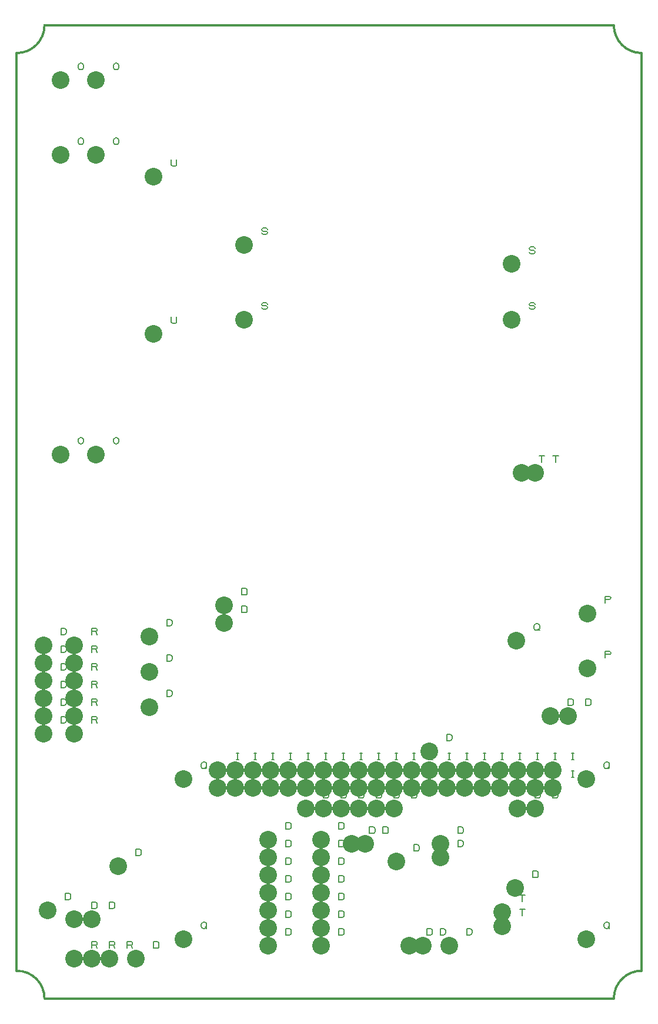
<source format=gbr>
G04 EasyPC Gerber Version 20.0.2 Build 4112 *
%FSLAX35Y35*%
%MOIN*%
%ADD10C,0.00500*%
%ADD109C,0.01200*%
%ADD108C,0.10000*%
X0Y0D02*
D02*
D10*
X25648Y156537D02*
Y160287D01*
X27523*
X28148Y159975*
X28461Y159663*
X28773Y159037*
Y157787*
X28461Y157163*
X28148Y156850*
X27523Y156537*
X25648*
Y166537D02*
Y170287D01*
X27523*
X28148Y169975*
X28461Y169663*
X28773Y169037*
Y167787*
X28461Y167163*
X28148Y166850*
X27523Y166537*
X25648*
Y176537D02*
Y180287D01*
X27523*
X28148Y179975*
X28461Y179663*
X28773Y179037*
Y177787*
X28461Y177163*
X28148Y176850*
X27523Y176537*
X25648*
Y186537D02*
Y190287D01*
X27523*
X28148Y189975*
X28461Y189663*
X28773Y189037*
Y187787*
X28461Y187163*
X28148Y186850*
X27523Y186537*
X25648*
Y196537D02*
Y200287D01*
X27523*
X28148Y199975*
X28461Y199663*
X28773Y199037*
Y197787*
X28461Y197163*
X28148Y196850*
X27523Y196537*
X25648*
Y206537D02*
Y210287D01*
X27523*
X28148Y209975*
X28461Y209663*
X28773Y209037*
Y207787*
X28461Y207163*
X28148Y206850*
X27523Y206537*
X25648*
X28148Y56537D02*
Y60287D01*
X30023*
X30648Y59975*
X30961Y59663*
X31273Y59037*
Y57787*
X30961Y57163*
X30648Y56850*
X30023Y56537*
X28148*
X35372Y315795D02*
Y317045D01*
X35685Y317670*
X35998Y317983*
X36622Y318295*
X37248*
X37872Y317983*
X38185Y317670*
X38498Y317045*
Y315795*
X38185Y315170*
X37872Y314858*
X37248Y314545*
X36622*
X35998Y314858*
X35685Y315170*
X35372Y315795*
Y485287D02*
Y486537D01*
X35685Y487163*
X35998Y487475*
X36622Y487787*
X37248*
X37872Y487475*
X38185Y487163*
X38498Y486537*
Y485287*
X38185Y484663*
X37872Y484350*
X37248Y484037*
X36622*
X35998Y484350*
X35685Y484663*
X35372Y485287*
Y527610D02*
Y528860D01*
X35685Y529485*
X35998Y529798*
X36622Y530110*
X37248*
X37872Y529798*
X38185Y529485*
X38498Y528860*
Y527610*
X38185Y526985*
X37872Y526673*
X37248Y526360*
X36622*
X35998Y526673*
X35685Y526985*
X35372Y527610*
X43148Y29037D02*
Y32787D01*
X45335*
X45961Y32475*
X46273Y31850*
X45961Y31225*
X45335Y30913*
X43148*
X45335D02*
X46273Y29037D01*
X43148Y51487D02*
Y55237D01*
X45023*
X45648Y54925*
X45961Y54613*
X46273Y53987*
Y52737*
X45961Y52113*
X45648Y51800*
X45023Y51487*
X43148*
Y156537D02*
Y160287D01*
X45335*
X45961Y159975*
X46273Y159350*
X45961Y158725*
X45335Y158413*
X43148*
X45335D02*
X46273Y156537D01*
X43148Y166537D02*
Y170287D01*
X45335*
X45961Y169975*
X46273Y169350*
X45961Y168725*
X45335Y168413*
X43148*
X45335D02*
X46273Y166537D01*
X43148Y176537D02*
Y180287D01*
X45335*
X45961Y179975*
X46273Y179350*
X45961Y178725*
X45335Y178413*
X43148*
X45335D02*
X46273Y176537D01*
X43148Y186537D02*
Y190287D01*
X45335*
X45961Y189975*
X46273Y189350*
X45961Y188725*
X45335Y188413*
X43148*
X45335D02*
X46273Y186537D01*
X43148Y196537D02*
Y200287D01*
X45335*
X45961Y199975*
X46273Y199350*
X45961Y198725*
X45335Y198413*
X43148*
X45335D02*
X46273Y196537D01*
X43148Y206537D02*
Y210287D01*
X45335*
X45961Y209975*
X46273Y209350*
X45961Y208725*
X45335Y208413*
X43148*
X45335D02*
X46273Y206537D01*
X53148Y29037D02*
Y32787D01*
X55335*
X55961Y32475*
X56273Y31850*
X55961Y31225*
X55335Y30913*
X53148*
X55335D02*
X56273Y29037D01*
X53148Y51487D02*
Y55237D01*
X55023*
X55648Y54925*
X55961Y54613*
X56273Y53987*
Y52737*
X55961Y52113*
X55648Y51800*
X55023Y51487*
X53148*
X55372Y315795D02*
Y317045D01*
X55685Y317670*
X55998Y317983*
X56622Y318295*
X57248*
X57872Y317983*
X58185Y317670*
X58498Y317045*
Y315795*
X58185Y315170*
X57872Y314858*
X57248Y314545*
X56622*
X55998Y314858*
X55685Y315170*
X55372Y315795*
Y485287D02*
Y486537D01*
X55685Y487163*
X55998Y487475*
X56622Y487787*
X57248*
X57872Y487475*
X58185Y487163*
X58498Y486537*
Y485287*
X58185Y484663*
X57872Y484350*
X57248Y484037*
X56622*
X55998Y484350*
X55685Y484663*
X55372Y485287*
Y527610D02*
Y528860D01*
X55685Y529485*
X55998Y529798*
X56622Y530110*
X57248*
X57872Y529798*
X58185Y529485*
X58498Y528860*
Y527610*
X58185Y526985*
X57872Y526673*
X57248Y526360*
X56622*
X55998Y526673*
X55685Y526985*
X55372Y527610*
X63148Y29037D02*
Y32787D01*
X65335*
X65961Y32475*
X66273Y31850*
X65961Y31225*
X65335Y30913*
X63148*
X65335D02*
X66273Y29037D01*
X68148Y81537D02*
Y85287D01*
X70023*
X70648Y84975*
X70961Y84663*
X71273Y84037*
Y82787*
X70961Y82163*
X70648Y81850*
X70023Y81537*
X68148*
X78148Y29037D02*
Y32787D01*
X80023*
X80648Y32475*
X80961Y32163*
X81273Y31537*
Y30287*
X80961Y29663*
X80648Y29350*
X80023Y29037*
X78148*
X85648Y171537D02*
Y175287D01*
X87523*
X88148Y174975*
X88461Y174663*
X88773Y174037*
Y172787*
X88461Y172163*
X88148Y171850*
X87523Y171537*
X85648*
Y191537D02*
Y195287D01*
X87523*
X88148Y194975*
X88461Y194663*
X88773Y194037*
Y192787*
X88461Y192163*
X88148Y191850*
X87523Y191537*
X85648*
Y211537D02*
Y215287D01*
X87523*
X88148Y214975*
X88461Y214663*
X88773Y214037*
Y212787*
X88461Y212163*
X88148Y211850*
X87523Y211537*
X85648*
X88148Y386499D02*
Y383687D01*
X88461Y383062*
X89085Y382749*
X90335*
X90961Y383062*
X91273Y383687*
Y386499*
X88148Y475476D02*
Y472663D01*
X88461Y472038*
X89085Y471726*
X90335*
X90961Y472038*
X91273Y472663*
Y475476*
X105136Y41409D02*
Y42659D01*
X105449Y43285*
X105761Y43597*
X106386Y43909*
X107011*
X107636Y43597*
X107949Y43285*
X108261Y42659*
Y41409*
X107949Y40785*
X107636Y40472*
X107011Y40159*
X106386*
X105761Y40472*
X105449Y40785*
X105136Y41409*
X107324Y41097D02*
X108261Y40159D01*
X105136Y131961D02*
Y133211D01*
X105449Y133836*
X105761Y134148*
X106386Y134461*
X107011*
X107636Y134148*
X107949Y133836*
X108261Y133211*
Y131961*
X107949Y131336*
X107636Y131023*
X107011Y130711*
X106386*
X105761Y131023*
X105449Y131336*
X105136Y131961*
X107324Y131648D02*
X108261Y130711D01*
X125247Y125711D02*
X126497D01*
X125872D02*
Y129461D01*
X125247D02*
X126497D01*
X125247Y135711D02*
X126497D01*
X125872D02*
Y139461D01*
X125247D02*
X126497D01*
X128148Y219037D02*
Y222787D01*
X130023*
X130648Y222475*
X130961Y222163*
X131273Y221537*
Y220287*
X130961Y219663*
X130648Y219350*
X130023Y219037*
X128148*
Y229037D02*
Y232787D01*
X130023*
X130648Y232475*
X130961Y232163*
X131273Y231537*
Y230287*
X130961Y229663*
X130648Y229350*
X130023Y229037*
X128148*
X135247Y125711D02*
X136497D01*
X135872D02*
Y129461D01*
X135247D02*
X136497D01*
X135247Y135711D02*
X136497D01*
X135872D02*
Y139461D01*
X135247D02*
X136497D01*
X139585Y391766D02*
X139898Y391141D01*
X140522Y390828*
X141772*
X142398Y391141*
X142710Y391766*
X142398Y392391*
X141772Y392704*
X140522*
X139898Y393016*
X139585Y393641*
X139898Y394266*
X140522Y394578*
X141772*
X142398Y394266*
X142710Y393641*
X139585Y434089D02*
X139898Y433464D01*
X140522Y433151*
X141772*
X142398Y433464*
X142710Y434089*
X142398Y434714*
X141772Y435026*
X140522*
X139898Y435339*
X139585Y435964*
X139898Y436589*
X140522Y436901*
X141772*
X142398Y436589*
X142710Y435964*
X145247Y125711D02*
X146497D01*
X145872D02*
Y129461D01*
X145247D02*
X146497D01*
X145247Y135711D02*
X146497D01*
X145872D02*
Y139461D01*
X145247D02*
X146497D01*
X153148Y36537D02*
Y40287D01*
X155023*
X155648Y39975*
X155961Y39663*
X156273Y39037*
Y37787*
X155961Y37163*
X155648Y36850*
X155023Y36537*
X153148*
Y46537D02*
Y50287D01*
X155023*
X155648Y49975*
X155961Y49663*
X156273Y49037*
Y47787*
X155961Y47163*
X155648Y46850*
X155023Y46537*
X153148*
Y56537D02*
Y60287D01*
X155023*
X155648Y59975*
X155961Y59663*
X156273Y59037*
Y57787*
X155961Y57163*
X155648Y56850*
X155023Y56537*
X153148*
Y66537D02*
Y70287D01*
X155023*
X155648Y69975*
X155961Y69663*
X156273Y69037*
Y67787*
X155961Y67163*
X155648Y66850*
X155023Y66537*
X153148*
Y76537D02*
Y80287D01*
X155023*
X155648Y79975*
X155961Y79663*
X156273Y79037*
Y77787*
X155961Y77163*
X155648Y76850*
X155023Y76537*
X153148*
Y86537D02*
Y90287D01*
X155023*
X155648Y89975*
X155961Y89663*
X156273Y89037*
Y87787*
X155961Y87163*
X155648Y86850*
X155023Y86537*
X153148*
Y96537D02*
Y100287D01*
X155023*
X155648Y99975*
X155961Y99663*
X156273Y99037*
Y97787*
X155961Y97163*
X155648Y96850*
X155023Y96537*
X153148*
X155247Y125711D02*
X156497D01*
X155872D02*
Y129461D01*
X155247D02*
X156497D01*
X155247Y135711D02*
X156497D01*
X155872D02*
Y139461D01*
X155247D02*
X156497D01*
X165247Y125711D02*
X166497D01*
X165872D02*
Y129461D01*
X165247D02*
X166497D01*
X165247Y135711D02*
X166497D01*
X165872D02*
Y139461D01*
X165247D02*
X166497D01*
X174309Y114037D02*
Y117787D01*
X176185*
X176809Y117475*
X177122Y117163*
X177435Y116537*
Y115287*
X177122Y114663*
X176809Y114350*
X176185Y114037*
X174309*
X175247Y125711D02*
X176497D01*
X175872D02*
Y129461D01*
X175247D02*
X176497D01*
X175247Y135711D02*
X176497D01*
X175872D02*
Y139461D01*
X175247D02*
X176497D01*
X183148Y36537D02*
Y40287D01*
X185023*
X185648Y39975*
X185961Y39663*
X186273Y39037*
Y37787*
X185961Y37163*
X185648Y36850*
X185023Y36537*
X183148*
Y46537D02*
Y50287D01*
X185023*
X185648Y49975*
X185961Y49663*
X186273Y49037*
Y47787*
X185961Y47163*
X185648Y46850*
X185023Y46537*
X183148*
Y56537D02*
Y60287D01*
X185023*
X185648Y59975*
X185961Y59663*
X186273Y59037*
Y57787*
X185961Y57163*
X185648Y56850*
X185023Y56537*
X183148*
Y66537D02*
Y70287D01*
X185023*
X185648Y69975*
X185961Y69663*
X186273Y69037*
Y67787*
X185961Y67163*
X185648Y66850*
X185023Y66537*
X183148*
Y76537D02*
Y80287D01*
X185023*
X185648Y79975*
X185961Y79663*
X186273Y79037*
Y77787*
X185961Y77163*
X185648Y76850*
X185023Y76537*
X183148*
Y86537D02*
Y90287D01*
X185023*
X185648Y89975*
X185961Y89663*
X186273Y89037*
Y87787*
X185961Y87163*
X185648Y86850*
X185023Y86537*
X183148*
Y96537D02*
Y100287D01*
X185023*
X185648Y99975*
X185961Y99663*
X186273Y99037*
Y97787*
X185961Y97163*
X185648Y96850*
X185023Y96537*
X183148*
X184309Y114037D02*
Y117787D01*
X186185*
X186809Y117475*
X187122Y117163*
X187435Y116537*
Y115287*
X187122Y114663*
X186809Y114350*
X186185Y114037*
X184309*
X185247Y125711D02*
X186497D01*
X185872D02*
Y129461D01*
X185247D02*
X186497D01*
X185247Y135711D02*
X186497D01*
X185872D02*
Y139461D01*
X185247D02*
X186497D01*
X194309Y114037D02*
Y117787D01*
X196185*
X196809Y117475*
X197122Y117163*
X197435Y116537*
Y115287*
X197122Y114663*
X196809Y114350*
X196185Y114037*
X194309*
X195247Y125711D02*
X196497D01*
X195872D02*
Y129461D01*
X195247D02*
X196497D01*
X195247Y135711D02*
X196497D01*
X195872D02*
Y139461D01*
X195247D02*
X196497D01*
X200548Y94037D02*
Y97787D01*
X202423*
X203048Y97475*
X203361Y97163*
X203673Y96537*
Y95287*
X203361Y94663*
X203048Y94350*
X202423Y94037*
X200548*
X205247Y125711D02*
X206497D01*
X205872D02*
Y129461D01*
X205247D02*
X206497D01*
X205247Y135711D02*
X206497D01*
X205872D02*
Y139461D01*
X205247D02*
X206497D01*
X204348Y114037D02*
Y117787D01*
X206223*
X206848Y117475*
X207161Y117163*
X207473Y116537*
Y115287*
X207161Y114663*
X206848Y114350*
X206223Y114037*
X204348*
X208148Y94037D02*
Y97787D01*
X210023*
X210648Y97475*
X210961Y97163*
X211273Y96537*
Y95287*
X210961Y94663*
X210648Y94350*
X210023Y94037*
X208148*
X215247Y125711D02*
X216497D01*
X215872D02*
Y129461D01*
X215247D02*
X216497D01*
X215247Y135711D02*
X216497D01*
X215872D02*
Y139461D01*
X215247D02*
X216497D01*
X214348Y114037D02*
Y117787D01*
X216223*
X216848Y117475*
X217161Y117163*
X217473Y116537*
Y115287*
X217161Y114663*
X216848Y114350*
X216223Y114037*
X214348*
X225247Y125711D02*
X226497D01*
X225872D02*
Y129461D01*
X225247D02*
X226497D01*
X225247Y135711D02*
X226497D01*
X225872D02*
Y139461D01*
X225247D02*
X226497D01*
X224348Y114037D02*
Y117787D01*
X226223*
X226848Y117475*
X227161Y117163*
X227473Y116537*
Y115287*
X227161Y114663*
X226848Y114350*
X226223Y114037*
X224348*
X225648Y84037D02*
Y87787D01*
X227523*
X228148Y87475*
X228461Y87163*
X228773Y86537*
Y85287*
X228461Y84663*
X228148Y84350*
X227523Y84037*
X225648*
X233148Y36537D02*
Y40287D01*
X235023*
X235648Y39975*
X235961Y39663*
X236273Y39037*
Y37787*
X235961Y37163*
X235648Y36850*
X235023Y36537*
X233148*
X235247Y125711D02*
X236497D01*
X235872D02*
Y129461D01*
X235247D02*
X236497D01*
X235247Y135711D02*
X236497D01*
X235872D02*
Y139461D01*
X235247D02*
X236497D01*
X240648Y36537D02*
Y40287D01*
X242523*
X243148Y39975*
X243461Y39663*
X243773Y39037*
Y37787*
X243461Y37163*
X243148Y36850*
X242523Y36537*
X240648*
X245247Y125711D02*
X246497D01*
X245872D02*
Y129461D01*
X245247D02*
X246497D01*
X245247Y135711D02*
X246497D01*
X245872D02*
Y139461D01*
X245247D02*
X246497D01*
X244309Y146537D02*
Y150287D01*
X246185*
X246809Y149975*
X247122Y149663*
X247435Y149037*
Y147787*
X247122Y147163*
X246809Y146850*
X246185Y146537*
X244309*
X250648Y86537D02*
Y90287D01*
X252523*
X253148Y89975*
X253461Y89663*
X253773Y89037*
Y87787*
X253461Y87163*
X253148Y86850*
X252523Y86537*
X250648*
Y94037D02*
Y97787D01*
X252523*
X253148Y97475*
X253461Y97163*
X253773Y96537*
Y95287*
X253461Y94663*
X253148Y94350*
X252523Y94037*
X250648*
X255247Y125711D02*
X256497D01*
X255872D02*
Y129461D01*
X255247D02*
X256497D01*
X255247Y135711D02*
X256497D01*
X255872D02*
Y139461D01*
X255247D02*
X256497D01*
X255648Y36537D02*
Y40287D01*
X257523*
X258148Y39975*
X258461Y39663*
X258773Y39037*
Y37787*
X258461Y37163*
X258148Y36850*
X257523Y36537*
X255648*
X265247Y125711D02*
X266497D01*
X265872D02*
Y129461D01*
X265247D02*
X266497D01*
X265247Y135711D02*
X266497D01*
X265872D02*
Y139461D01*
X265247D02*
X266497D01*
X275247Y125711D02*
X276497D01*
X275872D02*
Y129461D01*
X275247D02*
X276497D01*
X275247Y135711D02*
X276497D01*
X275872D02*
Y139461D01*
X275247D02*
X276497D01*
X285247Y125711D02*
X286497D01*
X285872D02*
Y129461D01*
X285247D02*
X286497D01*
X285247Y135711D02*
X286497D01*
X285872D02*
Y139461D01*
X285247D02*
X286497D01*
X287211Y47600D02*
Y51350D01*
X285648D02*
X288773D01*
X287211Y55474D02*
Y59224D01*
X285648D02*
X288773D01*
X291160Y391766D02*
X291472Y391141D01*
X292097Y390828*
X293347*
X293972Y391141*
X294285Y391766*
X293972Y392391*
X293347Y392704*
X292097*
X291472Y393016*
X291160Y393641*
X291472Y394266*
X292097Y394578*
X293347*
X293972Y394266*
X294285Y393641*
X291160Y423262D02*
X291472Y422637D01*
X292097Y422324*
X293347*
X293972Y422637*
X294285Y423262*
X293972Y423887*
X293347Y424200*
X292097*
X291472Y424512*
X291160Y425137*
X291472Y425762*
X292097Y426074*
X293347*
X293972Y425762*
X294285Y425137*
X293148Y69037D02*
Y72787D01*
X295023*
X295648Y72475*
X295961Y72163*
X296273Y71537*
Y70287*
X295961Y69663*
X295648Y69350*
X295023Y69037*
X293148*
X293916Y210287D02*
Y211537D01*
X294228Y212163*
X294541Y212475*
X295166Y212787*
X295791*
X296416Y212475*
X296728Y212163*
X297041Y211537*
Y210287*
X296728Y209663*
X296416Y209350*
X295791Y209037*
X295166*
X294541Y209350*
X294228Y209663*
X293916Y210287*
X296103Y209975D02*
X297041Y209037D01*
X294309Y114037D02*
Y117787D01*
X296185*
X296809Y117475*
X297122Y117163*
X297435Y116537*
Y115287*
X297122Y114663*
X296809Y114350*
X296185Y114037*
X294309*
X295247Y125711D02*
X296497D01*
X295872D02*
Y129461D01*
X295247D02*
X296497D01*
X295247Y135711D02*
X296497D01*
X295872D02*
Y139461D01*
X295247D02*
X296497D01*
X298274Y304037D02*
Y307787D01*
X296711D02*
X299836D01*
X304309Y114037D02*
Y117787D01*
X306185*
X306809Y117475*
X307122Y117163*
X307435Y116537*
Y115287*
X307122Y114663*
X306809Y114350*
X306185Y114037*
X304309*
X305247Y125711D02*
X306497D01*
X305872D02*
Y129461D01*
X305247D02*
X306497D01*
X305247Y135711D02*
X306497D01*
X305872D02*
Y139461D01*
X305247D02*
X306497D01*
X306148Y304037D02*
Y307787D01*
X304585D02*
X307710D01*
X313148Y166537D02*
Y170287D01*
X315023*
X315648Y169975*
X315961Y169663*
X316273Y169037*
Y167787*
X315961Y167163*
X315648Y166850*
X315023Y166537*
X313148*
X315247Y125711D02*
X316497D01*
X315872D02*
Y129461D01*
X315247D02*
X316497D01*
X315247Y135711D02*
X316497D01*
X315872D02*
Y139461D01*
X315247D02*
X316497D01*
X323148Y166537D02*
Y170287D01*
X325023*
X325648Y169975*
X325961Y169663*
X326273Y169037*
Y167787*
X325961Y167163*
X325648Y166850*
X325023Y166537*
X323148*
X333483Y41409D02*
Y42659D01*
X333795Y43285*
X334108Y43597*
X334733Y43909*
X335358*
X335983Y43597*
X336295Y43285*
X336608Y42659*
Y41409*
X336295Y40785*
X335983Y40472*
X335358Y40159*
X334733*
X334108Y40472*
X333795Y40785*
X333483Y41409*
X335670Y41097D02*
X336608Y40159D01*
X333483Y131961D02*
Y133211D01*
X333795Y133836*
X334108Y134148*
X334733Y134461*
X335358*
X335983Y134148*
X336295Y133836*
X336608Y133211*
Y131961*
X336295Y131336*
X335983Y131023*
X335358Y130711*
X334733*
X334108Y131023*
X333795Y131336*
X333483Y131961*
X335670Y131648D02*
X336608Y130711D01*
X334270Y193486D02*
Y197236D01*
X336457*
X337083Y196924*
X337395Y196299*
X337083Y195674*
X336457Y195361*
X334270*
Y224589D02*
Y228339D01*
X336457*
X337083Y228026*
X337395Y227401*
X337083Y226776*
X336457Y226464*
X334270*
D02*
D108*
X15648Y150600D03*
Y160600D03*
Y170600D03*
Y180600D03*
Y190600D03*
Y200600D03*
X18148Y50600D03*
X25372Y308608D03*
Y478100D03*
Y520423D03*
X33148Y23100D03*
Y45550D03*
Y150600D03*
Y160600D03*
Y170600D03*
Y180600D03*
Y190600D03*
Y200600D03*
X43148Y23100D03*
Y45550D03*
X45372Y308608D03*
Y478100D03*
Y520423D03*
X53148Y23100D03*
X58148Y75600D03*
X68148Y23100D03*
X75648Y165600D03*
Y185600D03*
Y205600D03*
X78148Y376812D03*
Y465788D03*
X95136Y34222D03*
Y124773D03*
X114309Y119773D03*
Y129773D03*
X118148Y213100D03*
Y223100D03*
X124309Y119773D03*
Y129773D03*
X129585Y384891D03*
Y427214D03*
X134309Y119773D03*
Y129773D03*
X143148Y30600D03*
Y40600D03*
Y50600D03*
Y60600D03*
Y70600D03*
Y80600D03*
Y90600D03*
X144309Y119773D03*
Y129773D03*
X154309Y119773D03*
Y129773D03*
X164309Y108100D03*
Y119773D03*
Y129773D03*
X173148Y30600D03*
Y40600D03*
Y50600D03*
Y60600D03*
Y70600D03*
Y80600D03*
Y90600D03*
X174309Y108100D03*
Y119773D03*
Y129773D03*
X184309Y108100D03*
Y119773D03*
Y129773D03*
X190548Y88100D03*
X194309Y119773D03*
Y129773D03*
X194348Y108100D03*
X198148Y88100D03*
X204309Y119773D03*
Y129773D03*
X204348Y108100D03*
X214309Y119773D03*
Y129773D03*
X214348Y108100D03*
X215648Y78100D03*
X223148Y30600D03*
X224309Y119773D03*
Y129773D03*
X230648Y30600D03*
X234309Y119773D03*
Y129773D03*
Y140600D03*
X240648Y80600D03*
Y88100D03*
X244309Y119773D03*
Y129773D03*
X245648Y30600D03*
X254309Y119773D03*
Y129773D03*
X264309Y119773D03*
Y129773D03*
X274309Y119773D03*
Y129773D03*
X275648Y41663D03*
Y49537D03*
X281160Y384891D03*
Y416387D03*
X283148Y63100D03*
X283916Y203100D03*
X284309Y108100D03*
Y119773D03*
Y129773D03*
X286711Y298100D03*
X294309Y108100D03*
Y119773D03*
Y129773D03*
X294585Y298100D03*
X303148Y160600D03*
X304309Y119773D03*
Y129773D03*
X313148Y160600D03*
X323483Y34222D03*
Y124773D03*
X324270Y187549D03*
Y218651D03*
D02*
D109*
X16348Y600D02*
G75*
G03X600Y16348I-15748D01*
G01*
Y535840*
G75*
G03X16348Y551588J15748*
G01*
X339083*
G75*
G03X354831Y535840I15748*
G01*
Y16348*
G75*
G03X339083Y600J-15748*
G01*
X16348*
X0Y0D02*
M02*

</source>
